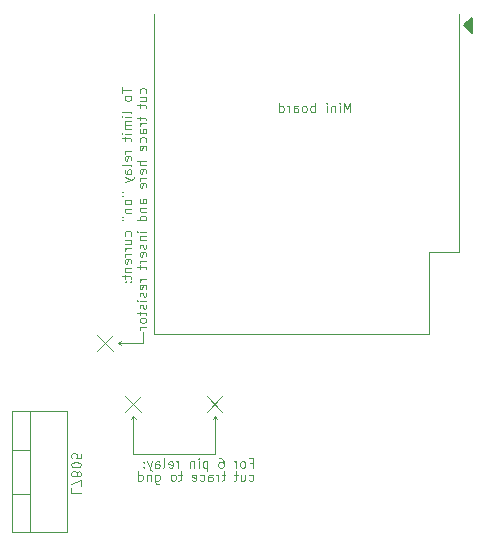
<source format=gbr>
%TF.GenerationSoftware,KiCad,Pcbnew,8.0.8*%
%TF.CreationDate,2025-02-02T21:03:09-08:00*%
%TF.ProjectId,D1Mini,44314d69-6e69-42e6-9b69-6361645f7063,rev?*%
%TF.SameCoordinates,Original*%
%TF.FileFunction,Legend,Bot*%
%TF.FilePolarity,Positive*%
%FSLAX46Y46*%
G04 Gerber Fmt 4.6, Leading zero omitted, Abs format (unit mm)*
G04 Created by KiCad (PCBNEW 8.0.8) date 2025-02-02 21:03:09*
%MOMM*%
%LPD*%
G01*
G04 APERTURE LIST*
%ADD10C,0.100000*%
%ADD11C,0.120000*%
%ADD12C,0.150000*%
G04 APERTURE END LIST*
D10*
X121941259Y-31762257D02*
X121941259Y-30962257D01*
X121941259Y-30962257D02*
X121674593Y-31533685D01*
X121674593Y-31533685D02*
X121407926Y-30962257D01*
X121407926Y-30962257D02*
X121407926Y-31762257D01*
X121026973Y-31762257D02*
X121026973Y-31228923D01*
X121026973Y-30962257D02*
X121065069Y-31000352D01*
X121065069Y-31000352D02*
X121026973Y-31038447D01*
X121026973Y-31038447D02*
X120988878Y-31000352D01*
X120988878Y-31000352D02*
X121026973Y-30962257D01*
X121026973Y-30962257D02*
X121026973Y-31038447D01*
X120646021Y-31228923D02*
X120646021Y-31762257D01*
X120646021Y-31305114D02*
X120607926Y-31267019D01*
X120607926Y-31267019D02*
X120531736Y-31228923D01*
X120531736Y-31228923D02*
X120417450Y-31228923D01*
X120417450Y-31228923D02*
X120341259Y-31267019D01*
X120341259Y-31267019D02*
X120303164Y-31343209D01*
X120303164Y-31343209D02*
X120303164Y-31762257D01*
X119922211Y-31762257D02*
X119922211Y-31228923D01*
X119922211Y-30962257D02*
X119960307Y-31000352D01*
X119960307Y-31000352D02*
X119922211Y-31038447D01*
X119922211Y-31038447D02*
X119884116Y-31000352D01*
X119884116Y-31000352D02*
X119922211Y-30962257D01*
X119922211Y-30962257D02*
X119922211Y-31038447D01*
X118931735Y-31762257D02*
X118931735Y-30962257D01*
X118931735Y-31267019D02*
X118855545Y-31228923D01*
X118855545Y-31228923D02*
X118703164Y-31228923D01*
X118703164Y-31228923D02*
X118626973Y-31267019D01*
X118626973Y-31267019D02*
X118588878Y-31305114D01*
X118588878Y-31305114D02*
X118550783Y-31381304D01*
X118550783Y-31381304D02*
X118550783Y-31609876D01*
X118550783Y-31609876D02*
X118588878Y-31686066D01*
X118588878Y-31686066D02*
X118626973Y-31724162D01*
X118626973Y-31724162D02*
X118703164Y-31762257D01*
X118703164Y-31762257D02*
X118855545Y-31762257D01*
X118855545Y-31762257D02*
X118931735Y-31724162D01*
X118093640Y-31762257D02*
X118169830Y-31724162D01*
X118169830Y-31724162D02*
X118207925Y-31686066D01*
X118207925Y-31686066D02*
X118246021Y-31609876D01*
X118246021Y-31609876D02*
X118246021Y-31381304D01*
X118246021Y-31381304D02*
X118207925Y-31305114D01*
X118207925Y-31305114D02*
X118169830Y-31267019D01*
X118169830Y-31267019D02*
X118093640Y-31228923D01*
X118093640Y-31228923D02*
X117979354Y-31228923D01*
X117979354Y-31228923D02*
X117903163Y-31267019D01*
X117903163Y-31267019D02*
X117865068Y-31305114D01*
X117865068Y-31305114D02*
X117826973Y-31381304D01*
X117826973Y-31381304D02*
X117826973Y-31609876D01*
X117826973Y-31609876D02*
X117865068Y-31686066D01*
X117865068Y-31686066D02*
X117903163Y-31724162D01*
X117903163Y-31724162D02*
X117979354Y-31762257D01*
X117979354Y-31762257D02*
X118093640Y-31762257D01*
X117141258Y-31762257D02*
X117141258Y-31343209D01*
X117141258Y-31343209D02*
X117179353Y-31267019D01*
X117179353Y-31267019D02*
X117255544Y-31228923D01*
X117255544Y-31228923D02*
X117407925Y-31228923D01*
X117407925Y-31228923D02*
X117484115Y-31267019D01*
X117141258Y-31724162D02*
X117217449Y-31762257D01*
X117217449Y-31762257D02*
X117407925Y-31762257D01*
X117407925Y-31762257D02*
X117484115Y-31724162D01*
X117484115Y-31724162D02*
X117522211Y-31647971D01*
X117522211Y-31647971D02*
X117522211Y-31571781D01*
X117522211Y-31571781D02*
X117484115Y-31495590D01*
X117484115Y-31495590D02*
X117407925Y-31457495D01*
X117407925Y-31457495D02*
X117217449Y-31457495D01*
X117217449Y-31457495D02*
X117141258Y-31419400D01*
X116760305Y-31762257D02*
X116760305Y-31228923D01*
X116760305Y-31381304D02*
X116722210Y-31305114D01*
X116722210Y-31305114D02*
X116684115Y-31267019D01*
X116684115Y-31267019D02*
X116607924Y-31228923D01*
X116607924Y-31228923D02*
X116531734Y-31228923D01*
X115922210Y-31762257D02*
X115922210Y-30962257D01*
X115922210Y-31724162D02*
X115998401Y-31762257D01*
X115998401Y-31762257D02*
X116150782Y-31762257D01*
X116150782Y-31762257D02*
X116226972Y-31724162D01*
X116226972Y-31724162D02*
X116265067Y-31686066D01*
X116265067Y-31686066D02*
X116303163Y-31609876D01*
X116303163Y-31609876D02*
X116303163Y-31381304D01*
X116303163Y-31381304D02*
X116265067Y-31305114D01*
X116265067Y-31305114D02*
X116226972Y-31267019D01*
X116226972Y-31267019D02*
X116150782Y-31228923D01*
X116150782Y-31228923D02*
X115998401Y-31228923D01*
X115998401Y-31228923D02*
X115922210Y-31267019D01*
X103553150Y-60678166D02*
X110482235Y-60678166D01*
X110482235Y-57500000D02*
X110296427Y-57736207D01*
X110482235Y-57500000D02*
X110668043Y-57736207D01*
X110482235Y-57500000D02*
X110482235Y-60652385D01*
X103556156Y-57500000D02*
X103741964Y-57761988D01*
X103556156Y-57500000D02*
X103370348Y-57761988D01*
X103556156Y-57500000D02*
X103553150Y-60678166D01*
X111093930Y-57134604D02*
X109784406Y-55801270D01*
X111093930Y-55801270D02*
X109784406Y-57134604D01*
X104175397Y-57134604D02*
X102865873Y-55801270D01*
X104175397Y-55801270D02*
X102865873Y-57134604D01*
X113346938Y-62946071D02*
X113423129Y-62984166D01*
X113423129Y-62984166D02*
X113575510Y-62984166D01*
X113575510Y-62984166D02*
X113651700Y-62946071D01*
X113651700Y-62946071D02*
X113689795Y-62907975D01*
X113689795Y-62907975D02*
X113727891Y-62831785D01*
X113727891Y-62831785D02*
X113727891Y-62603213D01*
X113727891Y-62603213D02*
X113689795Y-62527023D01*
X113689795Y-62527023D02*
X113651700Y-62488928D01*
X113651700Y-62488928D02*
X113575510Y-62450832D01*
X113575510Y-62450832D02*
X113423129Y-62450832D01*
X113423129Y-62450832D02*
X113346938Y-62488928D01*
X112661224Y-62450832D02*
X112661224Y-62984166D01*
X113004081Y-62450832D02*
X113004081Y-62869880D01*
X113004081Y-62869880D02*
X112965986Y-62946071D01*
X112965986Y-62946071D02*
X112889796Y-62984166D01*
X112889796Y-62984166D02*
X112775510Y-62984166D01*
X112775510Y-62984166D02*
X112699319Y-62946071D01*
X112699319Y-62946071D02*
X112661224Y-62907975D01*
X112394557Y-62450832D02*
X112089795Y-62450832D01*
X112280271Y-62184166D02*
X112280271Y-62869880D01*
X112280271Y-62869880D02*
X112242176Y-62946071D01*
X112242176Y-62946071D02*
X112165986Y-62984166D01*
X112165986Y-62984166D02*
X112089795Y-62984166D01*
X111327890Y-62450832D02*
X111023128Y-62450832D01*
X111213604Y-62184166D02*
X111213604Y-62869880D01*
X111213604Y-62869880D02*
X111175509Y-62946071D01*
X111175509Y-62946071D02*
X111099319Y-62984166D01*
X111099319Y-62984166D02*
X111023128Y-62984166D01*
X110756461Y-62984166D02*
X110756461Y-62450832D01*
X110756461Y-62603213D02*
X110718366Y-62527023D01*
X110718366Y-62527023D02*
X110680271Y-62488928D01*
X110680271Y-62488928D02*
X110604080Y-62450832D01*
X110604080Y-62450832D02*
X110527890Y-62450832D01*
X109918366Y-62984166D02*
X109918366Y-62565118D01*
X109918366Y-62565118D02*
X109956461Y-62488928D01*
X109956461Y-62488928D02*
X110032652Y-62450832D01*
X110032652Y-62450832D02*
X110185033Y-62450832D01*
X110185033Y-62450832D02*
X110261223Y-62488928D01*
X109918366Y-62946071D02*
X109994557Y-62984166D01*
X109994557Y-62984166D02*
X110185033Y-62984166D01*
X110185033Y-62984166D02*
X110261223Y-62946071D01*
X110261223Y-62946071D02*
X110299319Y-62869880D01*
X110299319Y-62869880D02*
X110299319Y-62793690D01*
X110299319Y-62793690D02*
X110261223Y-62717499D01*
X110261223Y-62717499D02*
X110185033Y-62679404D01*
X110185033Y-62679404D02*
X109994557Y-62679404D01*
X109994557Y-62679404D02*
X109918366Y-62641309D01*
X109194556Y-62946071D02*
X109270747Y-62984166D01*
X109270747Y-62984166D02*
X109423128Y-62984166D01*
X109423128Y-62984166D02*
X109499318Y-62946071D01*
X109499318Y-62946071D02*
X109537413Y-62907975D01*
X109537413Y-62907975D02*
X109575509Y-62831785D01*
X109575509Y-62831785D02*
X109575509Y-62603213D01*
X109575509Y-62603213D02*
X109537413Y-62527023D01*
X109537413Y-62527023D02*
X109499318Y-62488928D01*
X109499318Y-62488928D02*
X109423128Y-62450832D01*
X109423128Y-62450832D02*
X109270747Y-62450832D01*
X109270747Y-62450832D02*
X109194556Y-62488928D01*
X108546937Y-62946071D02*
X108623128Y-62984166D01*
X108623128Y-62984166D02*
X108775509Y-62984166D01*
X108775509Y-62984166D02*
X108851699Y-62946071D01*
X108851699Y-62946071D02*
X108889795Y-62869880D01*
X108889795Y-62869880D02*
X108889795Y-62565118D01*
X108889795Y-62565118D02*
X108851699Y-62488928D01*
X108851699Y-62488928D02*
X108775509Y-62450832D01*
X108775509Y-62450832D02*
X108623128Y-62450832D01*
X108623128Y-62450832D02*
X108546937Y-62488928D01*
X108546937Y-62488928D02*
X108508842Y-62565118D01*
X108508842Y-62565118D02*
X108508842Y-62641309D01*
X108508842Y-62641309D02*
X108889795Y-62717499D01*
X107670747Y-62450832D02*
X107365985Y-62450832D01*
X107556461Y-62184166D02*
X107556461Y-62869880D01*
X107556461Y-62869880D02*
X107518366Y-62946071D01*
X107518366Y-62946071D02*
X107442176Y-62984166D01*
X107442176Y-62984166D02*
X107365985Y-62984166D01*
X106985033Y-62984166D02*
X107061223Y-62946071D01*
X107061223Y-62946071D02*
X107099318Y-62907975D01*
X107099318Y-62907975D02*
X107137414Y-62831785D01*
X107137414Y-62831785D02*
X107137414Y-62603213D01*
X107137414Y-62603213D02*
X107099318Y-62527023D01*
X107099318Y-62527023D02*
X107061223Y-62488928D01*
X107061223Y-62488928D02*
X106985033Y-62450832D01*
X106985033Y-62450832D02*
X106870747Y-62450832D01*
X106870747Y-62450832D02*
X106794556Y-62488928D01*
X106794556Y-62488928D02*
X106756461Y-62527023D01*
X106756461Y-62527023D02*
X106718366Y-62603213D01*
X106718366Y-62603213D02*
X106718366Y-62831785D01*
X106718366Y-62831785D02*
X106756461Y-62907975D01*
X106756461Y-62907975D02*
X106794556Y-62946071D01*
X106794556Y-62946071D02*
X106870747Y-62984166D01*
X106870747Y-62984166D02*
X106985033Y-62984166D01*
X105423127Y-62450832D02*
X105423127Y-63098451D01*
X105423127Y-63098451D02*
X105461222Y-63174642D01*
X105461222Y-63174642D02*
X105499318Y-63212737D01*
X105499318Y-63212737D02*
X105575508Y-63250832D01*
X105575508Y-63250832D02*
X105689794Y-63250832D01*
X105689794Y-63250832D02*
X105765984Y-63212737D01*
X105423127Y-62946071D02*
X105499318Y-62984166D01*
X105499318Y-62984166D02*
X105651699Y-62984166D01*
X105651699Y-62984166D02*
X105727889Y-62946071D01*
X105727889Y-62946071D02*
X105765984Y-62907975D01*
X105765984Y-62907975D02*
X105804080Y-62831785D01*
X105804080Y-62831785D02*
X105804080Y-62603213D01*
X105804080Y-62603213D02*
X105765984Y-62527023D01*
X105765984Y-62527023D02*
X105727889Y-62488928D01*
X105727889Y-62488928D02*
X105651699Y-62450832D01*
X105651699Y-62450832D02*
X105499318Y-62450832D01*
X105499318Y-62450832D02*
X105423127Y-62488928D01*
X105042174Y-62450832D02*
X105042174Y-62984166D01*
X105042174Y-62527023D02*
X105004079Y-62488928D01*
X105004079Y-62488928D02*
X104927889Y-62450832D01*
X104927889Y-62450832D02*
X104813603Y-62450832D01*
X104813603Y-62450832D02*
X104737412Y-62488928D01*
X104737412Y-62488928D02*
X104699317Y-62565118D01*
X104699317Y-62565118D02*
X104699317Y-62984166D01*
X103975507Y-62984166D02*
X103975507Y-62184166D01*
X103975507Y-62946071D02*
X104051698Y-62984166D01*
X104051698Y-62984166D02*
X104204079Y-62984166D01*
X104204079Y-62984166D02*
X104280269Y-62946071D01*
X104280269Y-62946071D02*
X104318364Y-62907975D01*
X104318364Y-62907975D02*
X104356460Y-62831785D01*
X104356460Y-62831785D02*
X104356460Y-62603213D01*
X104356460Y-62603213D02*
X104318364Y-62527023D01*
X104318364Y-62527023D02*
X104280269Y-62488928D01*
X104280269Y-62488928D02*
X104204079Y-62450832D01*
X104204079Y-62450832D02*
X104051698Y-62450832D01*
X104051698Y-62450832D02*
X103975507Y-62488928D01*
X113423129Y-61448093D02*
X113689795Y-61448093D01*
X113689795Y-61867141D02*
X113689795Y-61067141D01*
X113689795Y-61067141D02*
X113308843Y-61067141D01*
X112889796Y-61867141D02*
X112965986Y-61829046D01*
X112965986Y-61829046D02*
X113004081Y-61790950D01*
X113004081Y-61790950D02*
X113042177Y-61714760D01*
X113042177Y-61714760D02*
X113042177Y-61486188D01*
X113042177Y-61486188D02*
X113004081Y-61409998D01*
X113004081Y-61409998D02*
X112965986Y-61371903D01*
X112965986Y-61371903D02*
X112889796Y-61333807D01*
X112889796Y-61333807D02*
X112775510Y-61333807D01*
X112775510Y-61333807D02*
X112699319Y-61371903D01*
X112699319Y-61371903D02*
X112661224Y-61409998D01*
X112661224Y-61409998D02*
X112623129Y-61486188D01*
X112623129Y-61486188D02*
X112623129Y-61714760D01*
X112623129Y-61714760D02*
X112661224Y-61790950D01*
X112661224Y-61790950D02*
X112699319Y-61829046D01*
X112699319Y-61829046D02*
X112775510Y-61867141D01*
X112775510Y-61867141D02*
X112889796Y-61867141D01*
X112280271Y-61867141D02*
X112280271Y-61333807D01*
X112280271Y-61486188D02*
X112242176Y-61409998D01*
X112242176Y-61409998D02*
X112204081Y-61371903D01*
X112204081Y-61371903D02*
X112127890Y-61333807D01*
X112127890Y-61333807D02*
X112051700Y-61333807D01*
X110832652Y-61067141D02*
X110985033Y-61067141D01*
X110985033Y-61067141D02*
X111061224Y-61105236D01*
X111061224Y-61105236D02*
X111099319Y-61143331D01*
X111099319Y-61143331D02*
X111175509Y-61257617D01*
X111175509Y-61257617D02*
X111213605Y-61409998D01*
X111213605Y-61409998D02*
X111213605Y-61714760D01*
X111213605Y-61714760D02*
X111175509Y-61790950D01*
X111175509Y-61790950D02*
X111137414Y-61829046D01*
X111137414Y-61829046D02*
X111061224Y-61867141D01*
X111061224Y-61867141D02*
X110908843Y-61867141D01*
X110908843Y-61867141D02*
X110832652Y-61829046D01*
X110832652Y-61829046D02*
X110794557Y-61790950D01*
X110794557Y-61790950D02*
X110756462Y-61714760D01*
X110756462Y-61714760D02*
X110756462Y-61524284D01*
X110756462Y-61524284D02*
X110794557Y-61448093D01*
X110794557Y-61448093D02*
X110832652Y-61409998D01*
X110832652Y-61409998D02*
X110908843Y-61371903D01*
X110908843Y-61371903D02*
X111061224Y-61371903D01*
X111061224Y-61371903D02*
X111137414Y-61409998D01*
X111137414Y-61409998D02*
X111175509Y-61448093D01*
X111175509Y-61448093D02*
X111213605Y-61524284D01*
X109804080Y-61333807D02*
X109804080Y-62133807D01*
X109804080Y-61371903D02*
X109727890Y-61333807D01*
X109727890Y-61333807D02*
X109575509Y-61333807D01*
X109575509Y-61333807D02*
X109499318Y-61371903D01*
X109499318Y-61371903D02*
X109461223Y-61409998D01*
X109461223Y-61409998D02*
X109423128Y-61486188D01*
X109423128Y-61486188D02*
X109423128Y-61714760D01*
X109423128Y-61714760D02*
X109461223Y-61790950D01*
X109461223Y-61790950D02*
X109499318Y-61829046D01*
X109499318Y-61829046D02*
X109575509Y-61867141D01*
X109575509Y-61867141D02*
X109727890Y-61867141D01*
X109727890Y-61867141D02*
X109804080Y-61829046D01*
X109080270Y-61867141D02*
X109080270Y-61333807D01*
X109080270Y-61067141D02*
X109118366Y-61105236D01*
X109118366Y-61105236D02*
X109080270Y-61143331D01*
X109080270Y-61143331D02*
X109042175Y-61105236D01*
X109042175Y-61105236D02*
X109080270Y-61067141D01*
X109080270Y-61067141D02*
X109080270Y-61143331D01*
X108699318Y-61333807D02*
X108699318Y-61867141D01*
X108699318Y-61409998D02*
X108661223Y-61371903D01*
X108661223Y-61371903D02*
X108585033Y-61333807D01*
X108585033Y-61333807D02*
X108470747Y-61333807D01*
X108470747Y-61333807D02*
X108394556Y-61371903D01*
X108394556Y-61371903D02*
X108356461Y-61448093D01*
X108356461Y-61448093D02*
X108356461Y-61867141D01*
X107365984Y-61867141D02*
X107365984Y-61333807D01*
X107365984Y-61486188D02*
X107327889Y-61409998D01*
X107327889Y-61409998D02*
X107289794Y-61371903D01*
X107289794Y-61371903D02*
X107213603Y-61333807D01*
X107213603Y-61333807D02*
X107137413Y-61333807D01*
X106565984Y-61829046D02*
X106642175Y-61867141D01*
X106642175Y-61867141D02*
X106794556Y-61867141D01*
X106794556Y-61867141D02*
X106870746Y-61829046D01*
X106870746Y-61829046D02*
X106908842Y-61752855D01*
X106908842Y-61752855D02*
X106908842Y-61448093D01*
X106908842Y-61448093D02*
X106870746Y-61371903D01*
X106870746Y-61371903D02*
X106794556Y-61333807D01*
X106794556Y-61333807D02*
X106642175Y-61333807D01*
X106642175Y-61333807D02*
X106565984Y-61371903D01*
X106565984Y-61371903D02*
X106527889Y-61448093D01*
X106527889Y-61448093D02*
X106527889Y-61524284D01*
X106527889Y-61524284D02*
X106908842Y-61600474D01*
X106070747Y-61867141D02*
X106146937Y-61829046D01*
X106146937Y-61829046D02*
X106185032Y-61752855D01*
X106185032Y-61752855D02*
X106185032Y-61067141D01*
X105423127Y-61867141D02*
X105423127Y-61448093D01*
X105423127Y-61448093D02*
X105461222Y-61371903D01*
X105461222Y-61371903D02*
X105537413Y-61333807D01*
X105537413Y-61333807D02*
X105689794Y-61333807D01*
X105689794Y-61333807D02*
X105765984Y-61371903D01*
X105423127Y-61829046D02*
X105499318Y-61867141D01*
X105499318Y-61867141D02*
X105689794Y-61867141D01*
X105689794Y-61867141D02*
X105765984Y-61829046D01*
X105765984Y-61829046D02*
X105804080Y-61752855D01*
X105804080Y-61752855D02*
X105804080Y-61676665D01*
X105804080Y-61676665D02*
X105765984Y-61600474D01*
X105765984Y-61600474D02*
X105689794Y-61562379D01*
X105689794Y-61562379D02*
X105499318Y-61562379D01*
X105499318Y-61562379D02*
X105423127Y-61524284D01*
X105118365Y-61333807D02*
X104927889Y-61867141D01*
X104737412Y-61333807D02*
X104927889Y-61867141D01*
X104927889Y-61867141D02*
X105004079Y-62057617D01*
X105004079Y-62057617D02*
X105042174Y-62095712D01*
X105042174Y-62095712D02*
X105118365Y-62133807D01*
X104432650Y-61790950D02*
X104394555Y-61829046D01*
X104394555Y-61829046D02*
X104432650Y-61867141D01*
X104432650Y-61867141D02*
X104470746Y-61829046D01*
X104470746Y-61829046D02*
X104432650Y-61790950D01*
X104432650Y-61790950D02*
X104432650Y-61867141D01*
X104432650Y-61371903D02*
X104394555Y-61409998D01*
X104394555Y-61409998D02*
X104432650Y-61448093D01*
X104432650Y-61448093D02*
X104470746Y-61409998D01*
X104470746Y-61409998D02*
X104432650Y-61371903D01*
X104432650Y-61371903D02*
X104432650Y-61448093D01*
X102224198Y-51324035D02*
X102479684Y-51138227D01*
X102224198Y-51324035D02*
X102479684Y-51509843D01*
X104395827Y-51324035D02*
X104395827Y-50371770D01*
X102224198Y-51324035D02*
X104395827Y-51324035D01*
X101815351Y-52004027D02*
X100505827Y-50670693D01*
X101815351Y-50670693D02*
X100505827Y-52004027D01*
X104616794Y-30137374D02*
X104654889Y-30061183D01*
X104654889Y-30061183D02*
X104654889Y-29908802D01*
X104654889Y-29908802D02*
X104616794Y-29832612D01*
X104616794Y-29832612D02*
X104578698Y-29794517D01*
X104578698Y-29794517D02*
X104502508Y-29756421D01*
X104502508Y-29756421D02*
X104273936Y-29756421D01*
X104273936Y-29756421D02*
X104197746Y-29794517D01*
X104197746Y-29794517D02*
X104159651Y-29832612D01*
X104159651Y-29832612D02*
X104121555Y-29908802D01*
X104121555Y-29908802D02*
X104121555Y-30061183D01*
X104121555Y-30061183D02*
X104159651Y-30137374D01*
X104121555Y-30823088D02*
X104654889Y-30823088D01*
X104121555Y-30480231D02*
X104540603Y-30480231D01*
X104540603Y-30480231D02*
X104616794Y-30518326D01*
X104616794Y-30518326D02*
X104654889Y-30594516D01*
X104654889Y-30594516D02*
X104654889Y-30708802D01*
X104654889Y-30708802D02*
X104616794Y-30784993D01*
X104616794Y-30784993D02*
X104578698Y-30823088D01*
X104121555Y-31089755D02*
X104121555Y-31394517D01*
X103854889Y-31204041D02*
X104540603Y-31204041D01*
X104540603Y-31204041D02*
X104616794Y-31242136D01*
X104616794Y-31242136D02*
X104654889Y-31318326D01*
X104654889Y-31318326D02*
X104654889Y-31394517D01*
X104121555Y-32156422D02*
X104121555Y-32461184D01*
X103854889Y-32270708D02*
X104540603Y-32270708D01*
X104540603Y-32270708D02*
X104616794Y-32308803D01*
X104616794Y-32308803D02*
X104654889Y-32384993D01*
X104654889Y-32384993D02*
X104654889Y-32461184D01*
X104654889Y-32727851D02*
X104121555Y-32727851D01*
X104273936Y-32727851D02*
X104197746Y-32765946D01*
X104197746Y-32765946D02*
X104159651Y-32804041D01*
X104159651Y-32804041D02*
X104121555Y-32880232D01*
X104121555Y-32880232D02*
X104121555Y-32956422D01*
X104654889Y-33565946D02*
X104235841Y-33565946D01*
X104235841Y-33565946D02*
X104159651Y-33527851D01*
X104159651Y-33527851D02*
X104121555Y-33451660D01*
X104121555Y-33451660D02*
X104121555Y-33299279D01*
X104121555Y-33299279D02*
X104159651Y-33223089D01*
X104616794Y-33565946D02*
X104654889Y-33489755D01*
X104654889Y-33489755D02*
X104654889Y-33299279D01*
X104654889Y-33299279D02*
X104616794Y-33223089D01*
X104616794Y-33223089D02*
X104540603Y-33184993D01*
X104540603Y-33184993D02*
X104464413Y-33184993D01*
X104464413Y-33184993D02*
X104388222Y-33223089D01*
X104388222Y-33223089D02*
X104350127Y-33299279D01*
X104350127Y-33299279D02*
X104350127Y-33489755D01*
X104350127Y-33489755D02*
X104312032Y-33565946D01*
X104616794Y-34289756D02*
X104654889Y-34213565D01*
X104654889Y-34213565D02*
X104654889Y-34061184D01*
X104654889Y-34061184D02*
X104616794Y-33984994D01*
X104616794Y-33984994D02*
X104578698Y-33946899D01*
X104578698Y-33946899D02*
X104502508Y-33908803D01*
X104502508Y-33908803D02*
X104273936Y-33908803D01*
X104273936Y-33908803D02*
X104197746Y-33946899D01*
X104197746Y-33946899D02*
X104159651Y-33984994D01*
X104159651Y-33984994D02*
X104121555Y-34061184D01*
X104121555Y-34061184D02*
X104121555Y-34213565D01*
X104121555Y-34213565D02*
X104159651Y-34289756D01*
X104616794Y-34937375D02*
X104654889Y-34861184D01*
X104654889Y-34861184D02*
X104654889Y-34708803D01*
X104654889Y-34708803D02*
X104616794Y-34632613D01*
X104616794Y-34632613D02*
X104540603Y-34594517D01*
X104540603Y-34594517D02*
X104235841Y-34594517D01*
X104235841Y-34594517D02*
X104159651Y-34632613D01*
X104159651Y-34632613D02*
X104121555Y-34708803D01*
X104121555Y-34708803D02*
X104121555Y-34861184D01*
X104121555Y-34861184D02*
X104159651Y-34937375D01*
X104159651Y-34937375D02*
X104235841Y-34975470D01*
X104235841Y-34975470D02*
X104312032Y-34975470D01*
X104312032Y-34975470D02*
X104388222Y-34594517D01*
X104654889Y-35927851D02*
X103854889Y-35927851D01*
X104654889Y-36270708D02*
X104235841Y-36270708D01*
X104235841Y-36270708D02*
X104159651Y-36232613D01*
X104159651Y-36232613D02*
X104121555Y-36156422D01*
X104121555Y-36156422D02*
X104121555Y-36042136D01*
X104121555Y-36042136D02*
X104159651Y-35965946D01*
X104159651Y-35965946D02*
X104197746Y-35927851D01*
X104616794Y-36956423D02*
X104654889Y-36880232D01*
X104654889Y-36880232D02*
X104654889Y-36727851D01*
X104654889Y-36727851D02*
X104616794Y-36651661D01*
X104616794Y-36651661D02*
X104540603Y-36613565D01*
X104540603Y-36613565D02*
X104235841Y-36613565D01*
X104235841Y-36613565D02*
X104159651Y-36651661D01*
X104159651Y-36651661D02*
X104121555Y-36727851D01*
X104121555Y-36727851D02*
X104121555Y-36880232D01*
X104121555Y-36880232D02*
X104159651Y-36956423D01*
X104159651Y-36956423D02*
X104235841Y-36994518D01*
X104235841Y-36994518D02*
X104312032Y-36994518D01*
X104312032Y-36994518D02*
X104388222Y-36613565D01*
X104654889Y-37337375D02*
X104121555Y-37337375D01*
X104273936Y-37337375D02*
X104197746Y-37375470D01*
X104197746Y-37375470D02*
X104159651Y-37413565D01*
X104159651Y-37413565D02*
X104121555Y-37489756D01*
X104121555Y-37489756D02*
X104121555Y-37565946D01*
X104616794Y-38137375D02*
X104654889Y-38061184D01*
X104654889Y-38061184D02*
X104654889Y-37908803D01*
X104654889Y-37908803D02*
X104616794Y-37832613D01*
X104616794Y-37832613D02*
X104540603Y-37794517D01*
X104540603Y-37794517D02*
X104235841Y-37794517D01*
X104235841Y-37794517D02*
X104159651Y-37832613D01*
X104159651Y-37832613D02*
X104121555Y-37908803D01*
X104121555Y-37908803D02*
X104121555Y-38061184D01*
X104121555Y-38061184D02*
X104159651Y-38137375D01*
X104159651Y-38137375D02*
X104235841Y-38175470D01*
X104235841Y-38175470D02*
X104312032Y-38175470D01*
X104312032Y-38175470D02*
X104388222Y-37794517D01*
X104654889Y-39470708D02*
X104235841Y-39470708D01*
X104235841Y-39470708D02*
X104159651Y-39432613D01*
X104159651Y-39432613D02*
X104121555Y-39356422D01*
X104121555Y-39356422D02*
X104121555Y-39204041D01*
X104121555Y-39204041D02*
X104159651Y-39127851D01*
X104616794Y-39470708D02*
X104654889Y-39394517D01*
X104654889Y-39394517D02*
X104654889Y-39204041D01*
X104654889Y-39204041D02*
X104616794Y-39127851D01*
X104616794Y-39127851D02*
X104540603Y-39089755D01*
X104540603Y-39089755D02*
X104464413Y-39089755D01*
X104464413Y-39089755D02*
X104388222Y-39127851D01*
X104388222Y-39127851D02*
X104350127Y-39204041D01*
X104350127Y-39204041D02*
X104350127Y-39394517D01*
X104350127Y-39394517D02*
X104312032Y-39470708D01*
X104121555Y-39851661D02*
X104654889Y-39851661D01*
X104197746Y-39851661D02*
X104159651Y-39889756D01*
X104159651Y-39889756D02*
X104121555Y-39965946D01*
X104121555Y-39965946D02*
X104121555Y-40080232D01*
X104121555Y-40080232D02*
X104159651Y-40156423D01*
X104159651Y-40156423D02*
X104235841Y-40194518D01*
X104235841Y-40194518D02*
X104654889Y-40194518D01*
X104654889Y-40918328D02*
X103854889Y-40918328D01*
X104616794Y-40918328D02*
X104654889Y-40842137D01*
X104654889Y-40842137D02*
X104654889Y-40689756D01*
X104654889Y-40689756D02*
X104616794Y-40613566D01*
X104616794Y-40613566D02*
X104578698Y-40575471D01*
X104578698Y-40575471D02*
X104502508Y-40537375D01*
X104502508Y-40537375D02*
X104273936Y-40537375D01*
X104273936Y-40537375D02*
X104197746Y-40575471D01*
X104197746Y-40575471D02*
X104159651Y-40613566D01*
X104159651Y-40613566D02*
X104121555Y-40689756D01*
X104121555Y-40689756D02*
X104121555Y-40842137D01*
X104121555Y-40842137D02*
X104159651Y-40918328D01*
X104654889Y-41908805D02*
X104121555Y-41908805D01*
X103854889Y-41908805D02*
X103892984Y-41870709D01*
X103892984Y-41870709D02*
X103931079Y-41908805D01*
X103931079Y-41908805D02*
X103892984Y-41946900D01*
X103892984Y-41946900D02*
X103854889Y-41908805D01*
X103854889Y-41908805D02*
X103931079Y-41908805D01*
X104121555Y-42289757D02*
X104654889Y-42289757D01*
X104197746Y-42289757D02*
X104159651Y-42327852D01*
X104159651Y-42327852D02*
X104121555Y-42404042D01*
X104121555Y-42404042D02*
X104121555Y-42518328D01*
X104121555Y-42518328D02*
X104159651Y-42594519D01*
X104159651Y-42594519D02*
X104235841Y-42632614D01*
X104235841Y-42632614D02*
X104654889Y-42632614D01*
X104616794Y-42975471D02*
X104654889Y-43051662D01*
X104654889Y-43051662D02*
X104654889Y-43204043D01*
X104654889Y-43204043D02*
X104616794Y-43280233D01*
X104616794Y-43280233D02*
X104540603Y-43318329D01*
X104540603Y-43318329D02*
X104502508Y-43318329D01*
X104502508Y-43318329D02*
X104426317Y-43280233D01*
X104426317Y-43280233D02*
X104388222Y-43204043D01*
X104388222Y-43204043D02*
X104388222Y-43089757D01*
X104388222Y-43089757D02*
X104350127Y-43013567D01*
X104350127Y-43013567D02*
X104273936Y-42975471D01*
X104273936Y-42975471D02*
X104235841Y-42975471D01*
X104235841Y-42975471D02*
X104159651Y-43013567D01*
X104159651Y-43013567D02*
X104121555Y-43089757D01*
X104121555Y-43089757D02*
X104121555Y-43204043D01*
X104121555Y-43204043D02*
X104159651Y-43280233D01*
X104616794Y-43965948D02*
X104654889Y-43889757D01*
X104654889Y-43889757D02*
X104654889Y-43737376D01*
X104654889Y-43737376D02*
X104616794Y-43661186D01*
X104616794Y-43661186D02*
X104540603Y-43623090D01*
X104540603Y-43623090D02*
X104235841Y-43623090D01*
X104235841Y-43623090D02*
X104159651Y-43661186D01*
X104159651Y-43661186D02*
X104121555Y-43737376D01*
X104121555Y-43737376D02*
X104121555Y-43889757D01*
X104121555Y-43889757D02*
X104159651Y-43965948D01*
X104159651Y-43965948D02*
X104235841Y-44004043D01*
X104235841Y-44004043D02*
X104312032Y-44004043D01*
X104312032Y-44004043D02*
X104388222Y-43623090D01*
X104654889Y-44346900D02*
X104121555Y-44346900D01*
X104273936Y-44346900D02*
X104197746Y-44384995D01*
X104197746Y-44384995D02*
X104159651Y-44423090D01*
X104159651Y-44423090D02*
X104121555Y-44499281D01*
X104121555Y-44499281D02*
X104121555Y-44575471D01*
X104121555Y-44727852D02*
X104121555Y-45032614D01*
X103854889Y-44842138D02*
X104540603Y-44842138D01*
X104540603Y-44842138D02*
X104616794Y-44880233D01*
X104616794Y-44880233D02*
X104654889Y-44956423D01*
X104654889Y-44956423D02*
X104654889Y-45032614D01*
X104654889Y-45908805D02*
X104121555Y-45908805D01*
X104273936Y-45908805D02*
X104197746Y-45946900D01*
X104197746Y-45946900D02*
X104159651Y-45984995D01*
X104159651Y-45984995D02*
X104121555Y-46061186D01*
X104121555Y-46061186D02*
X104121555Y-46137376D01*
X104616794Y-46708805D02*
X104654889Y-46632614D01*
X104654889Y-46632614D02*
X104654889Y-46480233D01*
X104654889Y-46480233D02*
X104616794Y-46404043D01*
X104616794Y-46404043D02*
X104540603Y-46365947D01*
X104540603Y-46365947D02*
X104235841Y-46365947D01*
X104235841Y-46365947D02*
X104159651Y-46404043D01*
X104159651Y-46404043D02*
X104121555Y-46480233D01*
X104121555Y-46480233D02*
X104121555Y-46632614D01*
X104121555Y-46632614D02*
X104159651Y-46708805D01*
X104159651Y-46708805D02*
X104235841Y-46746900D01*
X104235841Y-46746900D02*
X104312032Y-46746900D01*
X104312032Y-46746900D02*
X104388222Y-46365947D01*
X104616794Y-47051661D02*
X104654889Y-47127852D01*
X104654889Y-47127852D02*
X104654889Y-47280233D01*
X104654889Y-47280233D02*
X104616794Y-47356423D01*
X104616794Y-47356423D02*
X104540603Y-47394519D01*
X104540603Y-47394519D02*
X104502508Y-47394519D01*
X104502508Y-47394519D02*
X104426317Y-47356423D01*
X104426317Y-47356423D02*
X104388222Y-47280233D01*
X104388222Y-47280233D02*
X104388222Y-47165947D01*
X104388222Y-47165947D02*
X104350127Y-47089757D01*
X104350127Y-47089757D02*
X104273936Y-47051661D01*
X104273936Y-47051661D02*
X104235841Y-47051661D01*
X104235841Y-47051661D02*
X104159651Y-47089757D01*
X104159651Y-47089757D02*
X104121555Y-47165947D01*
X104121555Y-47165947D02*
X104121555Y-47280233D01*
X104121555Y-47280233D02*
X104159651Y-47356423D01*
X104654889Y-47737376D02*
X104121555Y-47737376D01*
X103854889Y-47737376D02*
X103892984Y-47699280D01*
X103892984Y-47699280D02*
X103931079Y-47737376D01*
X103931079Y-47737376D02*
X103892984Y-47775471D01*
X103892984Y-47775471D02*
X103854889Y-47737376D01*
X103854889Y-47737376D02*
X103931079Y-47737376D01*
X104616794Y-48080232D02*
X104654889Y-48156423D01*
X104654889Y-48156423D02*
X104654889Y-48308804D01*
X104654889Y-48308804D02*
X104616794Y-48384994D01*
X104616794Y-48384994D02*
X104540603Y-48423090D01*
X104540603Y-48423090D02*
X104502508Y-48423090D01*
X104502508Y-48423090D02*
X104426317Y-48384994D01*
X104426317Y-48384994D02*
X104388222Y-48308804D01*
X104388222Y-48308804D02*
X104388222Y-48194518D01*
X104388222Y-48194518D02*
X104350127Y-48118328D01*
X104350127Y-48118328D02*
X104273936Y-48080232D01*
X104273936Y-48080232D02*
X104235841Y-48080232D01*
X104235841Y-48080232D02*
X104159651Y-48118328D01*
X104159651Y-48118328D02*
X104121555Y-48194518D01*
X104121555Y-48194518D02*
X104121555Y-48308804D01*
X104121555Y-48308804D02*
X104159651Y-48384994D01*
X104121555Y-48651661D02*
X104121555Y-48956423D01*
X103854889Y-48765947D02*
X104540603Y-48765947D01*
X104540603Y-48765947D02*
X104616794Y-48804042D01*
X104616794Y-48804042D02*
X104654889Y-48880232D01*
X104654889Y-48880232D02*
X104654889Y-48956423D01*
X104654889Y-49337375D02*
X104616794Y-49261185D01*
X104616794Y-49261185D02*
X104578698Y-49223090D01*
X104578698Y-49223090D02*
X104502508Y-49184994D01*
X104502508Y-49184994D02*
X104273936Y-49184994D01*
X104273936Y-49184994D02*
X104197746Y-49223090D01*
X104197746Y-49223090D02*
X104159651Y-49261185D01*
X104159651Y-49261185D02*
X104121555Y-49337375D01*
X104121555Y-49337375D02*
X104121555Y-49451661D01*
X104121555Y-49451661D02*
X104159651Y-49527852D01*
X104159651Y-49527852D02*
X104197746Y-49565947D01*
X104197746Y-49565947D02*
X104273936Y-49604042D01*
X104273936Y-49604042D02*
X104502508Y-49604042D01*
X104502508Y-49604042D02*
X104578698Y-49565947D01*
X104578698Y-49565947D02*
X104616794Y-49527852D01*
X104616794Y-49527852D02*
X104654889Y-49451661D01*
X104654889Y-49451661D02*
X104654889Y-49337375D01*
X104654889Y-49946900D02*
X104121555Y-49946900D01*
X104273936Y-49946900D02*
X104197746Y-49984995D01*
X104197746Y-49984995D02*
X104159651Y-50023090D01*
X104159651Y-50023090D02*
X104121555Y-50099281D01*
X104121555Y-50099281D02*
X104121555Y-50175471D01*
X102561492Y-29680231D02*
X102561492Y-30137374D01*
X103361492Y-29908802D02*
X102561492Y-29908802D01*
X103361492Y-30518326D02*
X103323397Y-30442136D01*
X103323397Y-30442136D02*
X103285301Y-30404041D01*
X103285301Y-30404041D02*
X103209111Y-30365945D01*
X103209111Y-30365945D02*
X102980539Y-30365945D01*
X102980539Y-30365945D02*
X102904349Y-30404041D01*
X102904349Y-30404041D02*
X102866254Y-30442136D01*
X102866254Y-30442136D02*
X102828158Y-30518326D01*
X102828158Y-30518326D02*
X102828158Y-30632612D01*
X102828158Y-30632612D02*
X102866254Y-30708803D01*
X102866254Y-30708803D02*
X102904349Y-30746898D01*
X102904349Y-30746898D02*
X102980539Y-30784993D01*
X102980539Y-30784993D02*
X103209111Y-30784993D01*
X103209111Y-30784993D02*
X103285301Y-30746898D01*
X103285301Y-30746898D02*
X103323397Y-30708803D01*
X103323397Y-30708803D02*
X103361492Y-30632612D01*
X103361492Y-30632612D02*
X103361492Y-30518326D01*
X103361492Y-31851660D02*
X103323397Y-31775470D01*
X103323397Y-31775470D02*
X103247206Y-31737375D01*
X103247206Y-31737375D02*
X102561492Y-31737375D01*
X103361492Y-32156423D02*
X102828158Y-32156423D01*
X102561492Y-32156423D02*
X102599587Y-32118327D01*
X102599587Y-32118327D02*
X102637682Y-32156423D01*
X102637682Y-32156423D02*
X102599587Y-32194518D01*
X102599587Y-32194518D02*
X102561492Y-32156423D01*
X102561492Y-32156423D02*
X102637682Y-32156423D01*
X103361492Y-32537375D02*
X102828158Y-32537375D01*
X102904349Y-32537375D02*
X102866254Y-32575470D01*
X102866254Y-32575470D02*
X102828158Y-32651660D01*
X102828158Y-32651660D02*
X102828158Y-32765946D01*
X102828158Y-32765946D02*
X102866254Y-32842137D01*
X102866254Y-32842137D02*
X102942444Y-32880232D01*
X102942444Y-32880232D02*
X103361492Y-32880232D01*
X102942444Y-32880232D02*
X102866254Y-32918327D01*
X102866254Y-32918327D02*
X102828158Y-32994518D01*
X102828158Y-32994518D02*
X102828158Y-33108803D01*
X102828158Y-33108803D02*
X102866254Y-33184994D01*
X102866254Y-33184994D02*
X102942444Y-33223089D01*
X102942444Y-33223089D02*
X103361492Y-33223089D01*
X103361492Y-33604042D02*
X102828158Y-33604042D01*
X102561492Y-33604042D02*
X102599587Y-33565946D01*
X102599587Y-33565946D02*
X102637682Y-33604042D01*
X102637682Y-33604042D02*
X102599587Y-33642137D01*
X102599587Y-33642137D02*
X102561492Y-33604042D01*
X102561492Y-33604042D02*
X102637682Y-33604042D01*
X102828158Y-33870708D02*
X102828158Y-34175470D01*
X102561492Y-33984994D02*
X103247206Y-33984994D01*
X103247206Y-33984994D02*
X103323397Y-34023089D01*
X103323397Y-34023089D02*
X103361492Y-34099279D01*
X103361492Y-34099279D02*
X103361492Y-34175470D01*
X103361492Y-35051661D02*
X102828158Y-35051661D01*
X102980539Y-35051661D02*
X102904349Y-35089756D01*
X102904349Y-35089756D02*
X102866254Y-35127851D01*
X102866254Y-35127851D02*
X102828158Y-35204042D01*
X102828158Y-35204042D02*
X102828158Y-35280232D01*
X103323397Y-35851661D02*
X103361492Y-35775470D01*
X103361492Y-35775470D02*
X103361492Y-35623089D01*
X103361492Y-35623089D02*
X103323397Y-35546899D01*
X103323397Y-35546899D02*
X103247206Y-35508803D01*
X103247206Y-35508803D02*
X102942444Y-35508803D01*
X102942444Y-35508803D02*
X102866254Y-35546899D01*
X102866254Y-35546899D02*
X102828158Y-35623089D01*
X102828158Y-35623089D02*
X102828158Y-35775470D01*
X102828158Y-35775470D02*
X102866254Y-35851661D01*
X102866254Y-35851661D02*
X102942444Y-35889756D01*
X102942444Y-35889756D02*
X103018635Y-35889756D01*
X103018635Y-35889756D02*
X103094825Y-35508803D01*
X103361492Y-36346898D02*
X103323397Y-36270708D01*
X103323397Y-36270708D02*
X103247206Y-36232613D01*
X103247206Y-36232613D02*
X102561492Y-36232613D01*
X103361492Y-36994518D02*
X102942444Y-36994518D01*
X102942444Y-36994518D02*
X102866254Y-36956423D01*
X102866254Y-36956423D02*
X102828158Y-36880232D01*
X102828158Y-36880232D02*
X102828158Y-36727851D01*
X102828158Y-36727851D02*
X102866254Y-36651661D01*
X103323397Y-36994518D02*
X103361492Y-36918327D01*
X103361492Y-36918327D02*
X103361492Y-36727851D01*
X103361492Y-36727851D02*
X103323397Y-36651661D01*
X103323397Y-36651661D02*
X103247206Y-36613565D01*
X103247206Y-36613565D02*
X103171016Y-36613565D01*
X103171016Y-36613565D02*
X103094825Y-36651661D01*
X103094825Y-36651661D02*
X103056730Y-36727851D01*
X103056730Y-36727851D02*
X103056730Y-36918327D01*
X103056730Y-36918327D02*
X103018635Y-36994518D01*
X102828158Y-37299280D02*
X103361492Y-37489756D01*
X102828158Y-37680233D02*
X103361492Y-37489756D01*
X103361492Y-37489756D02*
X103551968Y-37413566D01*
X103551968Y-37413566D02*
X103590063Y-37375471D01*
X103590063Y-37375471D02*
X103628158Y-37299280D01*
X102561492Y-38556423D02*
X102713873Y-38556423D01*
X102561492Y-38861185D02*
X102713873Y-38861185D01*
X103361492Y-39318328D02*
X103323397Y-39242138D01*
X103323397Y-39242138D02*
X103285301Y-39204043D01*
X103285301Y-39204043D02*
X103209111Y-39165947D01*
X103209111Y-39165947D02*
X102980539Y-39165947D01*
X102980539Y-39165947D02*
X102904349Y-39204043D01*
X102904349Y-39204043D02*
X102866254Y-39242138D01*
X102866254Y-39242138D02*
X102828158Y-39318328D01*
X102828158Y-39318328D02*
X102828158Y-39432614D01*
X102828158Y-39432614D02*
X102866254Y-39508805D01*
X102866254Y-39508805D02*
X102904349Y-39546900D01*
X102904349Y-39546900D02*
X102980539Y-39584995D01*
X102980539Y-39584995D02*
X103209111Y-39584995D01*
X103209111Y-39584995D02*
X103285301Y-39546900D01*
X103285301Y-39546900D02*
X103323397Y-39508805D01*
X103323397Y-39508805D02*
X103361492Y-39432614D01*
X103361492Y-39432614D02*
X103361492Y-39318328D01*
X102828158Y-39927853D02*
X103361492Y-39927853D01*
X102904349Y-39927853D02*
X102866254Y-39965948D01*
X102866254Y-39965948D02*
X102828158Y-40042138D01*
X102828158Y-40042138D02*
X102828158Y-40156424D01*
X102828158Y-40156424D02*
X102866254Y-40232615D01*
X102866254Y-40232615D02*
X102942444Y-40270710D01*
X102942444Y-40270710D02*
X103361492Y-40270710D01*
X102561492Y-40613567D02*
X102713873Y-40613567D01*
X102561492Y-40918329D02*
X102713873Y-40918329D01*
X103323397Y-42213568D02*
X103361492Y-42137377D01*
X103361492Y-42137377D02*
X103361492Y-41984996D01*
X103361492Y-41984996D02*
X103323397Y-41908806D01*
X103323397Y-41908806D02*
X103285301Y-41870711D01*
X103285301Y-41870711D02*
X103209111Y-41832615D01*
X103209111Y-41832615D02*
X102980539Y-41832615D01*
X102980539Y-41832615D02*
X102904349Y-41870711D01*
X102904349Y-41870711D02*
X102866254Y-41908806D01*
X102866254Y-41908806D02*
X102828158Y-41984996D01*
X102828158Y-41984996D02*
X102828158Y-42137377D01*
X102828158Y-42137377D02*
X102866254Y-42213568D01*
X102828158Y-42899282D02*
X103361492Y-42899282D01*
X102828158Y-42556425D02*
X103247206Y-42556425D01*
X103247206Y-42556425D02*
X103323397Y-42594520D01*
X103323397Y-42594520D02*
X103361492Y-42670710D01*
X103361492Y-42670710D02*
X103361492Y-42784996D01*
X103361492Y-42784996D02*
X103323397Y-42861187D01*
X103323397Y-42861187D02*
X103285301Y-42899282D01*
X103361492Y-43280235D02*
X102828158Y-43280235D01*
X102980539Y-43280235D02*
X102904349Y-43318330D01*
X102904349Y-43318330D02*
X102866254Y-43356425D01*
X102866254Y-43356425D02*
X102828158Y-43432616D01*
X102828158Y-43432616D02*
X102828158Y-43508806D01*
X103361492Y-43775473D02*
X102828158Y-43775473D01*
X102980539Y-43775473D02*
X102904349Y-43813568D01*
X102904349Y-43813568D02*
X102866254Y-43851663D01*
X102866254Y-43851663D02*
X102828158Y-43927854D01*
X102828158Y-43927854D02*
X102828158Y-44004044D01*
X103323397Y-44575473D02*
X103361492Y-44499282D01*
X103361492Y-44499282D02*
X103361492Y-44346901D01*
X103361492Y-44346901D02*
X103323397Y-44270711D01*
X103323397Y-44270711D02*
X103247206Y-44232615D01*
X103247206Y-44232615D02*
X102942444Y-44232615D01*
X102942444Y-44232615D02*
X102866254Y-44270711D01*
X102866254Y-44270711D02*
X102828158Y-44346901D01*
X102828158Y-44346901D02*
X102828158Y-44499282D01*
X102828158Y-44499282D02*
X102866254Y-44575473D01*
X102866254Y-44575473D02*
X102942444Y-44613568D01*
X102942444Y-44613568D02*
X103018635Y-44613568D01*
X103018635Y-44613568D02*
X103094825Y-44232615D01*
X102828158Y-44956425D02*
X103361492Y-44956425D01*
X102904349Y-44956425D02*
X102866254Y-44994520D01*
X102866254Y-44994520D02*
X102828158Y-45070710D01*
X102828158Y-45070710D02*
X102828158Y-45184996D01*
X102828158Y-45184996D02*
X102866254Y-45261187D01*
X102866254Y-45261187D02*
X102942444Y-45299282D01*
X102942444Y-45299282D02*
X103361492Y-45299282D01*
X102828158Y-45565949D02*
X102828158Y-45870711D01*
X102561492Y-45680235D02*
X103247206Y-45680235D01*
X103247206Y-45680235D02*
X103323397Y-45718330D01*
X103323397Y-45718330D02*
X103361492Y-45794520D01*
X103361492Y-45794520D02*
X103361492Y-45870711D01*
X103285301Y-46137378D02*
X103323397Y-46175473D01*
X103323397Y-46175473D02*
X103361492Y-46137378D01*
X103361492Y-46137378D02*
X103323397Y-46099282D01*
X103323397Y-46099282D02*
X103285301Y-46137378D01*
X103285301Y-46137378D02*
X103361492Y-46137378D01*
X102866254Y-46137378D02*
X102904349Y-46175473D01*
X102904349Y-46175473D02*
X102942444Y-46137378D01*
X102942444Y-46137378D02*
X102904349Y-46099282D01*
X102904349Y-46099282D02*
X102866254Y-46137378D01*
X102866254Y-46137378D02*
X102942444Y-46137378D01*
X98306303Y-63605749D02*
X98306303Y-63986701D01*
X98306303Y-63986701D02*
X99106303Y-63986701D01*
X99106303Y-63415273D02*
X99106303Y-62881939D01*
X99106303Y-62881939D02*
X98306303Y-63224797D01*
X98763446Y-62462892D02*
X98801541Y-62539082D01*
X98801541Y-62539082D02*
X98839637Y-62577177D01*
X98839637Y-62577177D02*
X98915827Y-62615273D01*
X98915827Y-62615273D02*
X98953922Y-62615273D01*
X98953922Y-62615273D02*
X99030113Y-62577177D01*
X99030113Y-62577177D02*
X99068208Y-62539082D01*
X99068208Y-62539082D02*
X99106303Y-62462892D01*
X99106303Y-62462892D02*
X99106303Y-62310511D01*
X99106303Y-62310511D02*
X99068208Y-62234320D01*
X99068208Y-62234320D02*
X99030113Y-62196225D01*
X99030113Y-62196225D02*
X98953922Y-62158130D01*
X98953922Y-62158130D02*
X98915827Y-62158130D01*
X98915827Y-62158130D02*
X98839637Y-62196225D01*
X98839637Y-62196225D02*
X98801541Y-62234320D01*
X98801541Y-62234320D02*
X98763446Y-62310511D01*
X98763446Y-62310511D02*
X98763446Y-62462892D01*
X98763446Y-62462892D02*
X98725351Y-62539082D01*
X98725351Y-62539082D02*
X98687256Y-62577177D01*
X98687256Y-62577177D02*
X98611065Y-62615273D01*
X98611065Y-62615273D02*
X98458684Y-62615273D01*
X98458684Y-62615273D02*
X98382494Y-62577177D01*
X98382494Y-62577177D02*
X98344399Y-62539082D01*
X98344399Y-62539082D02*
X98306303Y-62462892D01*
X98306303Y-62462892D02*
X98306303Y-62310511D01*
X98306303Y-62310511D02*
X98344399Y-62234320D01*
X98344399Y-62234320D02*
X98382494Y-62196225D01*
X98382494Y-62196225D02*
X98458684Y-62158130D01*
X98458684Y-62158130D02*
X98611065Y-62158130D01*
X98611065Y-62158130D02*
X98687256Y-62196225D01*
X98687256Y-62196225D02*
X98725351Y-62234320D01*
X98725351Y-62234320D02*
X98763446Y-62310511D01*
X99106303Y-61662891D02*
X99106303Y-61586701D01*
X99106303Y-61586701D02*
X99068208Y-61510510D01*
X99068208Y-61510510D02*
X99030113Y-61472415D01*
X99030113Y-61472415D02*
X98953922Y-61434320D01*
X98953922Y-61434320D02*
X98801541Y-61396225D01*
X98801541Y-61396225D02*
X98611065Y-61396225D01*
X98611065Y-61396225D02*
X98458684Y-61434320D01*
X98458684Y-61434320D02*
X98382494Y-61472415D01*
X98382494Y-61472415D02*
X98344399Y-61510510D01*
X98344399Y-61510510D02*
X98306303Y-61586701D01*
X98306303Y-61586701D02*
X98306303Y-61662891D01*
X98306303Y-61662891D02*
X98344399Y-61739082D01*
X98344399Y-61739082D02*
X98382494Y-61777177D01*
X98382494Y-61777177D02*
X98458684Y-61815272D01*
X98458684Y-61815272D02*
X98611065Y-61853368D01*
X98611065Y-61853368D02*
X98801541Y-61853368D01*
X98801541Y-61853368D02*
X98953922Y-61815272D01*
X98953922Y-61815272D02*
X99030113Y-61777177D01*
X99030113Y-61777177D02*
X99068208Y-61739082D01*
X99068208Y-61739082D02*
X99106303Y-61662891D01*
X99106303Y-60672415D02*
X99106303Y-61053367D01*
X99106303Y-61053367D02*
X98725351Y-61091463D01*
X98725351Y-61091463D02*
X98763446Y-61053367D01*
X98763446Y-61053367D02*
X98801541Y-60977177D01*
X98801541Y-60977177D02*
X98801541Y-60786701D01*
X98801541Y-60786701D02*
X98763446Y-60710510D01*
X98763446Y-60710510D02*
X98725351Y-60672415D01*
X98725351Y-60672415D02*
X98649160Y-60634320D01*
X98649160Y-60634320D02*
X98458684Y-60634320D01*
X98458684Y-60634320D02*
X98382494Y-60672415D01*
X98382494Y-60672415D02*
X98344399Y-60710510D01*
X98344399Y-60710510D02*
X98306303Y-60786701D01*
X98306303Y-60786701D02*
X98306303Y-60977177D01*
X98306303Y-60977177D02*
X98344399Y-61053367D01*
X98344399Y-61053367D02*
X98382494Y-61091463D01*
D11*
%TO.C,MCU1*%
X105312442Y-23420409D02*
X105312442Y-50540409D01*
X105312442Y-50540409D02*
X128632442Y-50540409D01*
X128632442Y-43640409D02*
X131172442Y-43640409D01*
X128632442Y-50540409D02*
X128632442Y-43640409D01*
X131172442Y-23420409D02*
X131172442Y-43640409D01*
D12*
X132212442Y-25055409D02*
X131577442Y-24420409D01*
X132212442Y-23785409D01*
X132212442Y-25055409D01*
G36*
X132212442Y-25055409D02*
G01*
X131577442Y-24420409D01*
X132212442Y-23785409D01*
X132212442Y-25055409D01*
G37*
D11*
%TO.C,U2*%
X97946776Y-67338519D02*
X93305776Y-67338519D01*
X94815776Y-64069519D02*
X93305776Y-64069519D01*
X94815776Y-60368519D02*
X93305776Y-60368519D01*
X93305776Y-67338519D02*
X93305776Y-57098519D01*
X97946776Y-57098519D02*
X93305776Y-57098519D01*
X94815776Y-67338519D02*
X94815776Y-57098519D01*
X97946776Y-67338519D02*
X97946776Y-57098519D01*
%TD*%
M02*

</source>
